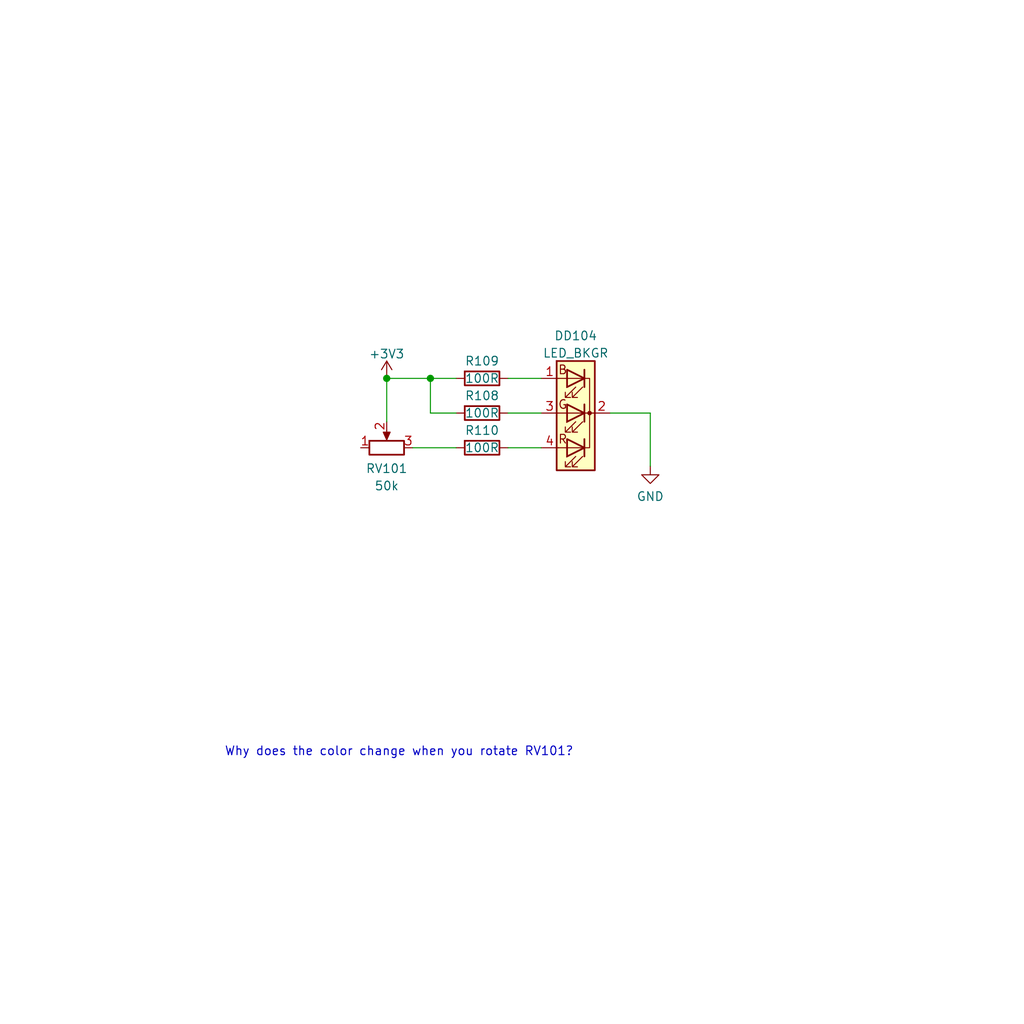
<source format=kicad_sch>
(kicad_sch (version 20211123) (generator eeschema)
  (paper "User" 150.012 150.012)
  (lib_symbols
    (symbol "Device:LED_BKGR" (pin_names (offset 0) hide)
      (property "Reference" "D" (at 0 9.398 0))
      (property "Value" "LED_BKGR" (at 0 -8.89 0))
      (symbol "LED_BKGR_0_0"
        (text "B" (at 1.905 -6.35 0) (effects (font (size 1.27 1.27))))
        (text "G" (at 1.905 -1.27 0) (effects (font (size 1.27 1.27))))
        (text "R" (at 1.905 3.81 0) (effects (font (size 1.27 1.27))))
      )
      (symbol "LED_BKGR_0_1"
        (circle (center -2.032 0) (radius 0.254) (fill (type outline)))
        (polyline (pts (xy -1.27 -5.08) (xy 1.27 -5.08)))
        (polyline (pts (xy -1.27 -3.81) (xy -1.27 -6.35)) (stroke (width 0.254)))
        (polyline (pts (xy -1.27 0) (xy -2.54 0)))
        (polyline (pts (xy -1.27 1.27) (xy -1.27 -1.27)) (stroke (width 0.254)))
        (polyline (pts (xy -1.27 5.08) (xy 1.27 5.08)))
        (polyline (pts (xy -1.27 6.35) (xy -1.27 3.81)) (stroke (width 0.254)))
        (polyline (pts (xy 1.27 -5.08) (xy 2.54 -5.08)))
        (polyline (pts (xy 1.27 0) (xy -1.27 0)))
        (polyline (pts (xy 1.27 0) (xy 2.54 0)))
        (polyline (pts (xy 1.27 5.08) (xy 2.54 5.08)))
        (polyline (pts (xy -1.27 1.27) (xy -1.27 -1.27) (xy -1.27 -1.27)))
        (polyline (pts (xy -1.27 6.35) (xy -1.27 3.81) (xy -1.27 3.81)))
        (polyline (pts (xy -1.27 5.08) (xy -2.032 5.08) (xy -2.032 -5.08) (xy -1.016 -5.08)))
        (polyline (pts (xy 1.27 -3.81) (xy 1.27 -6.35) (xy -1.27 -5.08) (xy 1.27 -3.81)) (stroke (width 0.254)))
        (polyline (pts (xy 1.27 1.27) (xy 1.27 -1.27) (xy -1.27 0) (xy 1.27 1.27)) (stroke (width 0.254)))
        (polyline (pts (xy 1.27 6.35) (xy 1.27 3.81) (xy -1.27 5.08) (xy 1.27 6.35)) (stroke (width 0.254)))
        (polyline (pts (xy -1.016 -3.81) (xy 0.508 -2.286) (xy -0.254 -2.286) (xy 0.508 -2.286) (xy 0.508 -3.048)))
        (polyline (pts (xy -1.016 1.27) (xy 0.508 2.794) (xy -0.254 2.794) (xy 0.508 2.794) (xy 0.508 2.032)))
        (polyline (pts (xy -1.016 6.35) (xy 0.508 7.874) (xy -0.254 7.874) (xy 0.508 7.874) (xy 0.508 7.112)))
        (polyline (pts (xy 0 -3.81) (xy 1.524 -2.286) (xy 0.762 -2.286) (xy 1.524 -2.286) (xy 1.524 -3.048)))
        (polyline (pts (xy 0 1.27) (xy 1.524 2.794) (xy 0.762 2.794) (xy 1.524 2.794) (xy 1.524 2.032)))
        (polyline (pts (xy 0 6.35) (xy 1.524 7.874) (xy 0.762 7.874) (xy 1.524 7.874) (xy 1.524 7.112)))
        (rectangle (start 1.27 -1.27) (end 1.27 1.27))
        (rectangle (start 1.27 1.27) (end 1.27 1.27))
        (rectangle (start 1.27 3.81) (end 1.27 6.35))
        (rectangle (start 1.27 6.35) (end 1.27 6.35))
        (rectangle (start 2.794 8.382) (end -2.794 -7.62) (stroke (width 0.254)) (fill (type background)))
      )
      (symbol "LED_BKGR_1_1"
        (pin passive line (at 5.08 -5.08 180) (length 2.54) (name "BA") (number "1"))
        (pin passive line (at -5.08 0 0) (length 2.54) (name "K") (number "2"))
        (pin passive line (at 5.08 0 180) (length 2.54) (name "GA") (number "3"))
        (pin passive line (at 5.08 5.08 180) (length 2.54) (name "RA") (number "4"))
      )
    )
    (symbol "Device:R" (pin_numbers hide) (pin_names (offset 0))
      (property "Reference" "R" (at 2.032 0 90))
      (property "Value" "R" (at 0 0 90))
      (symbol "R_0_1"
        (rectangle (start -1.016 -2.54) (end 1.016 2.54) (stroke (width 0.254)))
      )
      (symbol "R_1_1"
        (pin passive line (at 0 3.81 270) (length 1.27) (name "~") (number "1"))
        (pin passive line (at 0 -3.81 90) (length 1.27) (name "~") (number "2"))
      )
    )
    (symbol "Device:R_Potentiometer" (pin_names (offset 1.016) hide)
      (property "Reference" "RV" (at -4.445 0 90))
      (property "Value" "R_Potentiometer" (at -2.54 0 90))
      (symbol "R_Potentiometer_0_1"
        (polyline (pts (xy 2.54 0) (xy 1.524 0)))
        (polyline (pts (xy 1.143 0) (xy 2.286 0.508) (xy 2.286 -0.508) (xy 1.143 0)) (fill (type outline)))
        (rectangle (start 1.016 2.54) (end -1.016 -2.54) (stroke (width 0.254)))
      )
      (symbol "R_Potentiometer_1_1"
        (pin passive line (at 0 3.81 270) (length 1.27) (name "1") (number "1"))
        (pin passive line (at 3.81 0 180) (length 1.27) (name "2") (number "2"))
        (pin passive line (at 0 -3.81 90) (length 1.27) (name "3") (number "3"))
      )
    )
    (symbol "power:+3V3" (power) (pin_names (offset 0))
      (property "Value" "+3V3" (at 0 3.556 0))
      (symbol "+3V3_0_1"
        (polyline (pts (xy -0.762 1.27) (xy 0 2.54)))
        (polyline (pts (xy 0 0) (xy 0 2.54)))
        (polyline (pts (xy 0 2.54) (xy 0.762 1.27)))
      )
      (symbol "+3V3_1_1"
        (pin power_in line (at 0 0 90) (length 0) hide (name "+3V3") (number "1"))
      )
    )
    (symbol "power:GND" (power) (pin_names (offset 0))
      (property "Value" "GND" (at 0 -3.81 0))
      (symbol "GND_0_1"
        (polyline (pts (xy 0 0) (xy 0 -1.27) (xy 1.27 -1.27) (xy 0 -2.54) (xy -1.27 -1.27) (xy 0 -1.27)))
      )
      (symbol "GND_1_1"
        (pin power_in line (at 0 0 270) (length 0) hide (name "GND") (number "1"))
      )
    )
  )
  (junction (at 63.0428 55.4228))
  (junction (at 56.642 55.4228))
  (wire (pts (xy 60.452 65.5828) (xy 66.802 65.5828)))
  (wire (pts (xy 74.422 60.5028) (xy 79.248 60.5028)))
  (wire (pts (xy 74.422 55.4228) (xy 79.248 55.4228)))
  (wire (pts (xy 74.422 65.5828) (xy 79.248 65.5828)))
  (wire (pts (xy 66.802 60.5028) (xy 63.0428 60.5028)))
  (wire (pts (xy 89.408 60.5028) (xy 95.25 60.5028)))
  (wire (pts (xy 63.0428 55.4228) (xy 56.642 55.4228)))
  (wire (pts (xy 95.25 60.5028) (xy 95.25 68.2752)))
  (wire (pts (xy 63.0428 60.5028) (xy 63.0428 55.4228)))
  (wire (pts (xy 56.642 55.4228) (xy 56.642 61.7728)))
  (wire (pts (xy 66.802 55.4228) (xy 63.0428 55.4228)))
  (text "Why does the color change when you rotate RV101?" (at 32.8676 110.9472 0) (effects (font (size 1.27 1.27)) (justify left bottom)))
  (symbol (lib_id "power:GND") (at 95.25 68.2752 0) (unit 1)
    (property "Reference" "#PWR06" (effects hide))
    (property "Value" "GND" (at 95.25 72.7186 0))
  )
  (symbol (lib_id "Device:R") (at 70.612 55.4228 90) (unit 1)
    (property "Reference" "R109" (at 70.612 52.8828 90))
    (property "Value" "100R" (at 70.612 55.4228 90))
  )
  (symbol (lib_id "Device:LED_BKGR") (at 84.328 60.5028 180) (unit 1)
    (property "Reference" "DD104" (at 84.328 49.183 0))
    (property "Value" "LED_BKGR" (at 84.328 51.7199 0))
  )
  (symbol (lib_id "power:+3V3") (at 56.642 55.4228 0) (unit 1)
    (property "Reference" "#PWR?" (effects hide))
    (property "Value" "+3V3" (at 56.642 51.847 0))
  )
  (symbol (lib_id "Device:R_Potentiometer") (at 56.642 65.5828 90) (unit 1)
    (property "Reference" "RV101" (at 56.642 68.6292 90))
    (property "Value" "50k" (at 56.642 71.1661 90))
  )
  (symbol (lib_id "Device:R") (at 70.612 65.5828 90) (unit 1)
    (property "Reference" "R110" (at 70.612 63.0428 90))
    (property "Value" "100R" (at 70.612 65.5828 90))
  )
  (symbol (lib_id "Device:R") (at 70.612 60.5028 90) (unit 1)
    (property "Reference" "R108" (at 70.612 57.9628 90))
    (property "Value" "100R" (at 70.612 60.5028 90))
  )
)
</source>
